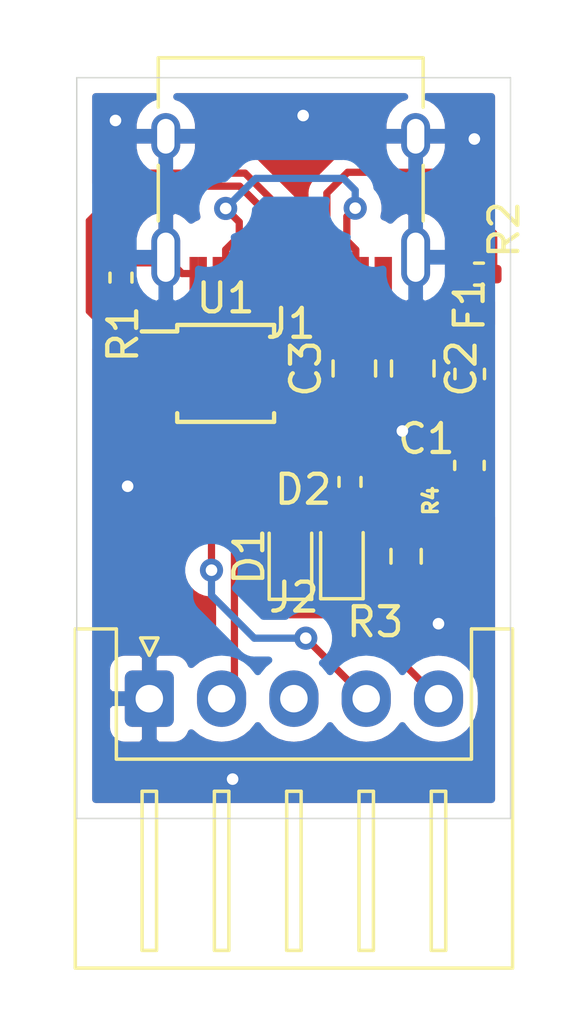
<source format=kicad_pcb>
(kicad_pcb (version 20171130) (host pcbnew "(5.1.12)-1")

  (general
    (thickness 1.6)
    (drawings 4)
    (tracks 117)
    (zones 0)
    (modules 13)
    (nets 15)
  )

  (page A4)
  (layers
    (0 F.Cu signal)
    (31 B.Cu signal)
    (32 B.Adhes user)
    (33 F.Adhes user)
    (34 B.Paste user)
    (35 F.Paste user)
    (36 B.SilkS user)
    (37 F.SilkS user)
    (38 B.Mask user)
    (39 F.Mask user)
    (40 Dwgs.User user)
    (41 Cmts.User user)
    (42 Eco1.User user)
    (43 Eco2.User user)
    (44 Edge.Cuts user)
    (45 Margin user)
    (46 B.CrtYd user)
    (47 F.CrtYd user)
    (48 B.Fab user)
    (49 F.Fab user)
  )

  (setup
    (last_trace_width 0.25)
    (user_trace_width 0.5)
    (user_trace_width 0.75)
    (user_trace_width 1)
    (trace_clearance 0.2)
    (zone_clearance 0.508)
    (zone_45_only no)
    (trace_min 0.2)
    (via_size 0.8)
    (via_drill 0.4)
    (via_min_size 0.4)
    (via_min_drill 0.3)
    (uvia_size 0.3)
    (uvia_drill 0.1)
    (uvias_allowed no)
    (uvia_min_size 0.2)
    (uvia_min_drill 0.1)
    (edge_width 0.05)
    (segment_width 0.2)
    (pcb_text_width 0.3)
    (pcb_text_size 1.5 1.5)
    (mod_edge_width 0.12)
    (mod_text_size 1 1)
    (mod_text_width 0.15)
    (pad_size 0.25 1.075)
    (pad_drill 0)
    (pad_to_mask_clearance 0.1)
    (aux_axis_origin 127 70.4)
    (visible_elements 7FFFFFFF)
    (pcbplotparams
      (layerselection 0x010f0_ffffffff)
      (usegerberextensions true)
      (usegerberattributes false)
      (usegerberadvancedattributes true)
      (creategerberjobfile false)
      (excludeedgelayer true)
      (linewidth 0.100000)
      (plotframeref false)
      (viasonmask false)
      (mode 1)
      (useauxorigin true)
      (hpglpennumber 1)
      (hpglpenspeed 20)
      (hpglpendiameter 15.000000)
      (psnegative false)
      (psa4output false)
      (plotreference true)
      (plotvalue true)
      (plotinvisibletext false)
      (padsonsilk false)
      (subtractmaskfromsilk true)
      (outputformat 1)
      (mirror false)
      (drillshape 0)
      (scaleselection 1)
      (outputdirectory "新しいフォルダー/"))
  )

  (net 0 "")
  (net 1 GND)
  (net 2 VCC)
  (net 3 "Net-(C2-Pad1)")
  (net 4 "Net-(D1-Pad2)")
  (net 5 "Net-(D2-Pad2)")
  (net 6 "Net-(F1-Pad2)")
  (net 7 "Net-(J1-PadA5)")
  (net 8 "Net-(J1-PadA7)")
  (net 9 "Net-(J1-PadA6)")
  (net 10 "Net-(J1-PadB5)")
  (net 11 "Net-(J2-Pad5)")
  (net 12 "Net-(J2-Pad4)")
  (net 13 "Net-(J2-Pad2)")
  (net 14 "Net-(R4-Pad1)")

  (net_class Default "This is the default net class."
    (clearance 0.2)
    (trace_width 0.25)
    (via_dia 0.8)
    (via_drill 0.4)
    (uvia_dia 0.3)
    (uvia_drill 0.1)
    (add_net GND)
    (add_net "Net-(C2-Pad1)")
    (add_net "Net-(D1-Pad2)")
    (add_net "Net-(D2-Pad2)")
    (add_net "Net-(F1-Pad2)")
    (add_net "Net-(J1-PadA5)")
    (add_net "Net-(J1-PadA6)")
    (add_net "Net-(J1-PadA7)")
    (add_net "Net-(J1-PadB5)")
    (add_net "Net-(J2-Pad2)")
    (add_net "Net-(J2-Pad4)")
    (add_net "Net-(J2-Pad5)")
    (add_net "Net-(R4-Pad1)")
    (add_net VCC)
  )

  (module Package_SO:MSOP-10_3x3mm_P0.5mm (layer F.Cu) (tedit 5A02F25C) (tstamp 62F67227)
    (at 132.15 80.62)
    (descr "10-Lead Plastic Micro Small Outline Package (MS) [MSOP] (see Microchip Packaging Specification 00000049BS.pdf)")
    (tags "SSOP 0.5")
    (path /62F68895)
    (attr smd)
    (fp_text reference U1 (at 0 -2.6) (layer F.SilkS)
      (effects (font (size 1 1) (thickness 0.15)))
    )
    (fp_text value CH340E (at 0 2.6) (layer F.Fab)
      (effects (font (size 1 1) (thickness 0.15)))
    )
    (fp_line (start -1.675 -1.45) (end -2.9 -1.45) (layer F.SilkS) (width 0.15))
    (fp_line (start -1.675 1.675) (end 1.675 1.675) (layer F.SilkS) (width 0.15))
    (fp_line (start -1.675 -1.675) (end 1.675 -1.675) (layer F.SilkS) (width 0.15))
    (fp_line (start -1.675 1.675) (end -1.675 1.375) (layer F.SilkS) (width 0.15))
    (fp_line (start 1.675 1.675) (end 1.675 1.375) (layer F.SilkS) (width 0.15))
    (fp_line (start 1.675 -1.675) (end 1.675 -1.375) (layer F.SilkS) (width 0.15))
    (fp_line (start -1.675 -1.675) (end -1.675 -1.45) (layer F.SilkS) (width 0.15))
    (fp_line (start -3.15 1.85) (end 3.15 1.85) (layer F.CrtYd) (width 0.05))
    (fp_line (start -3.15 -1.85) (end 3.15 -1.85) (layer F.CrtYd) (width 0.05))
    (fp_line (start 3.15 -1.85) (end 3.15 1.85) (layer F.CrtYd) (width 0.05))
    (fp_line (start -3.15 -1.85) (end -3.15 1.85) (layer F.CrtYd) (width 0.05))
    (fp_line (start -1.5 -0.5) (end -0.5 -1.5) (layer F.Fab) (width 0.15))
    (fp_line (start -1.5 1.5) (end -1.5 -0.5) (layer F.Fab) (width 0.15))
    (fp_line (start 1.5 1.5) (end -1.5 1.5) (layer F.Fab) (width 0.15))
    (fp_line (start 1.5 -1.5) (end 1.5 1.5) (layer F.Fab) (width 0.15))
    (fp_line (start -0.5 -1.5) (end 1.5 -1.5) (layer F.Fab) (width 0.15))
    (fp_text user %R (at 0 0) (layer F.Fab)
      (effects (font (size 0.6 0.6) (thickness 0.15)))
    )
    (pad 10 smd rect (at 2.2 -1) (size 1.4 0.3) (layers F.Cu F.Paste F.Mask)
      (net 3 "Net-(C2-Pad1)"))
    (pad 9 smd rect (at 2.2 -0.5) (size 1.4 0.3) (layers F.Cu F.Paste F.Mask)
      (net 13 "Net-(J2-Pad2)"))
    (pad 8 smd rect (at 2.2 0) (size 1.4 0.3) (layers F.Cu F.Paste F.Mask)
      (net 11 "Net-(J2-Pad5)"))
    (pad 7 smd rect (at 2.2 0.5) (size 1.4 0.3) (layers F.Cu F.Paste F.Mask)
      (net 2 VCC))
    (pad 6 smd rect (at 2.2 1) (size 1.4 0.3) (layers F.Cu F.Paste F.Mask)
      (net 14 "Net-(R4-Pad1)"))
    (pad 5 smd rect (at -2.2 1) (size 1.4 0.3) (layers F.Cu F.Paste F.Mask))
    (pad 4 smd rect (at -2.2 0.5) (size 1.4 0.3) (layers F.Cu F.Paste F.Mask)
      (net 12 "Net-(J2-Pad4)"))
    (pad 3 smd rect (at -2.2 0) (size 1.4 0.3) (layers F.Cu F.Paste F.Mask)
      (net 1 GND))
    (pad 2 smd rect (at -2.2 -0.5) (size 1.4 0.3) (layers F.Cu F.Paste F.Mask)
      (net 8 "Net-(J1-PadA7)"))
    (pad 1 smd rect (at -2.2 -1) (size 1.4 0.3) (layers F.Cu F.Paste F.Mask)
      (net 9 "Net-(J1-PadA6)"))
    (model ${KISYS3DMOD}/Package_SO.3dshapes/MSOP-10_3x3mm_P0.5mm.wrl
      (at (xyz 0 0 0))
      (scale (xyz 1 1 1))
      (rotate (xyz 0 0 0))
    )
  )

  (module Resistor_SMD:R_0402_1005Metric (layer F.Cu) (tedit 5F68FEEE) (tstamp 62F67208)
    (at 136.45 84.37 270)
    (descr "Resistor SMD 0402 (1005 Metric), square (rectangular) end terminal, IPC_7351 nominal, (Body size source: IPC-SM-782 page 72, https://www.pcb-3d.com/wordpress/wp-content/uploads/ipc-sm-782a_amendment_1_and_2.pdf), generated with kicad-footprint-generator")
    (tags resistor)
    (path /62F724B4)
    (attr smd)
    (fp_text reference R4 (at 0.65 -2.79 90) (layer F.SilkS)
      (effects (font (size 0.5 0.5) (thickness 0.125)))
    )
    (fp_text value R (at 0 1.17 90) (layer F.Fab)
      (effects (font (size 1 1) (thickness 0.15)))
    )
    (fp_line (start 0.93 0.47) (end -0.93 0.47) (layer F.CrtYd) (width 0.05))
    (fp_line (start 0.93 -0.47) (end 0.93 0.47) (layer F.CrtYd) (width 0.05))
    (fp_line (start -0.93 -0.47) (end 0.93 -0.47) (layer F.CrtYd) (width 0.05))
    (fp_line (start -0.93 0.47) (end -0.93 -0.47) (layer F.CrtYd) (width 0.05))
    (fp_line (start -0.153641 0.38) (end 0.153641 0.38) (layer F.SilkS) (width 0.12))
    (fp_line (start -0.153641 -0.38) (end 0.153641 -0.38) (layer F.SilkS) (width 0.12))
    (fp_line (start 0.525 0.27) (end -0.525 0.27) (layer F.Fab) (width 0.1))
    (fp_line (start 0.525 -0.27) (end 0.525 0.27) (layer F.Fab) (width 0.1))
    (fp_line (start -0.525 -0.27) (end 0.525 -0.27) (layer F.Fab) (width 0.1))
    (fp_line (start -0.525 0.27) (end -0.525 -0.27) (layer F.Fab) (width 0.1))
    (fp_text user %R (at 0 0 90) (layer F.Fab)
      (effects (font (size 0.26 0.26) (thickness 0.04)))
    )
    (pad 2 smd roundrect (at 0.51 0 270) (size 0.54 0.64) (layers F.Cu F.Paste F.Mask) (roundrect_rratio 0.25)
      (net 4 "Net-(D1-Pad2)"))
    (pad 1 smd roundrect (at -0.51 0 270) (size 0.54 0.64) (layers F.Cu F.Paste F.Mask) (roundrect_rratio 0.25)
      (net 14 "Net-(R4-Pad1)"))
    (model ${KISYS3DMOD}/Resistor_SMD.3dshapes/R_0402_1005Metric.wrl
      (at (xyz 0 0 0))
      (scale (xyz 1 1 1))
      (rotate (xyz 0 0 0))
    )
  )

  (module Resistor_SMD:R_0603_1608Metric (layer F.Cu) (tedit 5F68FEEE) (tstamp 62F671F7)
    (at 138.39 86.94 90)
    (descr "Resistor SMD 0603 (1608 Metric), square (rectangular) end terminal, IPC_7351 nominal, (Body size source: IPC-SM-782 page 72, https://www.pcb-3d.com/wordpress/wp-content/uploads/ipc-sm-782a_amendment_1_and_2.pdf), generated with kicad-footprint-generator")
    (tags resistor)
    (path /62F6CB7A)
    (attr smd)
    (fp_text reference R3 (at -2.27 -1.07 180) (layer F.SilkS)
      (effects (font (size 1 1) (thickness 0.15)))
    )
    (fp_text value R (at 0 1.43 90) (layer F.Fab)
      (effects (font (size 1 1) (thickness 0.15)))
    )
    (fp_line (start 1.48 0.73) (end -1.48 0.73) (layer F.CrtYd) (width 0.05))
    (fp_line (start 1.48 -0.73) (end 1.48 0.73) (layer F.CrtYd) (width 0.05))
    (fp_line (start -1.48 -0.73) (end 1.48 -0.73) (layer F.CrtYd) (width 0.05))
    (fp_line (start -1.48 0.73) (end -1.48 -0.73) (layer F.CrtYd) (width 0.05))
    (fp_line (start -0.237258 0.5225) (end 0.237258 0.5225) (layer F.SilkS) (width 0.12))
    (fp_line (start -0.237258 -0.5225) (end 0.237258 -0.5225) (layer F.SilkS) (width 0.12))
    (fp_line (start 0.8 0.4125) (end -0.8 0.4125) (layer F.Fab) (width 0.1))
    (fp_line (start 0.8 -0.4125) (end 0.8 0.4125) (layer F.Fab) (width 0.1))
    (fp_line (start -0.8 -0.4125) (end 0.8 -0.4125) (layer F.Fab) (width 0.1))
    (fp_line (start -0.8 0.4125) (end -0.8 -0.4125) (layer F.Fab) (width 0.1))
    (fp_text user %R (at 0 0 90) (layer F.Fab)
      (effects (font (size 0.4 0.4) (thickness 0.06)))
    )
    (pad 2 smd roundrect (at 0.825 0 90) (size 0.8 0.95) (layers F.Cu F.Paste F.Mask) (roundrect_rratio 0.25)
      (net 2 VCC))
    (pad 1 smd roundrect (at -0.825 0 90) (size 0.8 0.95) (layers F.Cu F.Paste F.Mask) (roundrect_rratio 0.25)
      (net 5 "Net-(D2-Pad2)"))
    (model ${KISYS3DMOD}/Resistor_SMD.3dshapes/R_0603_1608Metric.wrl
      (at (xyz 0 0 0))
      (scale (xyz 1 1 1))
      (rotate (xyz 0 0 0))
    )
  )

  (module Resistor_SMD:R_0402_1005Metric (layer F.Cu) (tedit 5F68FEEE) (tstamp 62F671E6)
    (at 140.91 77.19)
    (descr "Resistor SMD 0402 (1005 Metric), square (rectangular) end terminal, IPC_7351 nominal, (Body size source: IPC-SM-782 page 72, https://www.pcb-3d.com/wordpress/wp-content/uploads/ipc-sm-782a_amendment_1_and_2.pdf), generated with kicad-footprint-generator")
    (tags resistor)
    (path /62F6F6BF)
    (attr smd)
    (fp_text reference R2 (at 0.87 -1.54 90) (layer F.SilkS)
      (effects (font (size 1 1) (thickness 0.15)))
    )
    (fp_text value R (at 0 1.17) (layer F.Fab)
      (effects (font (size 1 1) (thickness 0.15)))
    )
    (fp_line (start 0.93 0.47) (end -0.93 0.47) (layer F.CrtYd) (width 0.05))
    (fp_line (start 0.93 -0.47) (end 0.93 0.47) (layer F.CrtYd) (width 0.05))
    (fp_line (start -0.93 -0.47) (end 0.93 -0.47) (layer F.CrtYd) (width 0.05))
    (fp_line (start -0.93 0.47) (end -0.93 -0.47) (layer F.CrtYd) (width 0.05))
    (fp_line (start -0.153641 0.38) (end 0.153641 0.38) (layer F.SilkS) (width 0.12))
    (fp_line (start -0.153641 -0.38) (end 0.153641 -0.38) (layer F.SilkS) (width 0.12))
    (fp_line (start 0.525 0.27) (end -0.525 0.27) (layer F.Fab) (width 0.1))
    (fp_line (start 0.525 -0.27) (end 0.525 0.27) (layer F.Fab) (width 0.1))
    (fp_line (start -0.525 -0.27) (end 0.525 -0.27) (layer F.Fab) (width 0.1))
    (fp_line (start -0.525 0.27) (end -0.525 -0.27) (layer F.Fab) (width 0.1))
    (fp_text user %R (at 0 0) (layer F.Fab)
      (effects (font (size 0.26 0.26) (thickness 0.04)))
    )
    (pad 2 smd roundrect (at 0.51 0) (size 0.54 0.64) (layers F.Cu F.Paste F.Mask) (roundrect_rratio 0.25)
      (net 7 "Net-(J1-PadA5)"))
    (pad 1 smd roundrect (at -0.51 0) (size 0.54 0.64) (layers F.Cu F.Paste F.Mask) (roundrect_rratio 0.25)
      (net 1 GND))
    (model ${KISYS3DMOD}/Resistor_SMD.3dshapes/R_0402_1005Metric.wrl
      (at (xyz 0 0 0))
      (scale (xyz 1 1 1))
      (rotate (xyz 0 0 0))
    )
  )

  (module Resistor_SMD:R_0402_1005Metric (layer F.Cu) (tedit 5F68FEEE) (tstamp 62F671D5)
    (at 128.53 77.31 270)
    (descr "Resistor SMD 0402 (1005 Metric), square (rectangular) end terminal, IPC_7351 nominal, (Body size source: IPC-SM-782 page 72, https://www.pcb-3d.com/wordpress/wp-content/uploads/ipc-sm-782a_amendment_1_and_2.pdf), generated with kicad-footprint-generator")
    (tags resistor)
    (path /62F70483)
    (attr smd)
    (fp_text reference R1 (at 1.95 -0.07 90) (layer F.SilkS)
      (effects (font (size 1 1) (thickness 0.15)))
    )
    (fp_text value R (at 0 1.17 90) (layer F.Fab)
      (effects (font (size 1 1) (thickness 0.15)))
    )
    (fp_line (start 0.93 0.47) (end -0.93 0.47) (layer F.CrtYd) (width 0.05))
    (fp_line (start 0.93 -0.47) (end 0.93 0.47) (layer F.CrtYd) (width 0.05))
    (fp_line (start -0.93 -0.47) (end 0.93 -0.47) (layer F.CrtYd) (width 0.05))
    (fp_line (start -0.93 0.47) (end -0.93 -0.47) (layer F.CrtYd) (width 0.05))
    (fp_line (start -0.153641 0.38) (end 0.153641 0.38) (layer F.SilkS) (width 0.12))
    (fp_line (start -0.153641 -0.38) (end 0.153641 -0.38) (layer F.SilkS) (width 0.12))
    (fp_line (start 0.525 0.27) (end -0.525 0.27) (layer F.Fab) (width 0.1))
    (fp_line (start 0.525 -0.27) (end 0.525 0.27) (layer F.Fab) (width 0.1))
    (fp_line (start -0.525 -0.27) (end 0.525 -0.27) (layer F.Fab) (width 0.1))
    (fp_line (start -0.525 0.27) (end -0.525 -0.27) (layer F.Fab) (width 0.1))
    (fp_text user %R (at 0 0 270) (layer F.Fab)
      (effects (font (size 0.26 0.26) (thickness 0.04)))
    )
    (pad 2 smd roundrect (at 0.51 0 270) (size 0.54 0.64) (layers F.Cu F.Paste F.Mask) (roundrect_rratio 0.25)
      (net 10 "Net-(J1-PadB5)"))
    (pad 1 smd roundrect (at -0.51 0 270) (size 0.54 0.64) (layers F.Cu F.Paste F.Mask) (roundrect_rratio 0.25)
      (net 1 GND))
    (model ${KISYS3DMOD}/Resistor_SMD.3dshapes/R_0402_1005Metric.wrl
      (at (xyz 0 0 0))
      (scale (xyz 1 1 1))
      (rotate (xyz 0 0 0))
    )
  )

  (module Connector_JST:JST_XH_S5B-XH-A_1x05_P2.50mm_Horizontal (layer F.Cu) (tedit 5C281475) (tstamp 62F671C4)
    (at 129.51 91.86)
    (descr "JST XH series connector, S5B-XH-A (http://www.jst-mfg.com/product/pdf/eng/eXH.pdf), generated with kicad-footprint-generator")
    (tags "connector JST XH horizontal")
    (path /62F69402)
    (fp_text reference J2 (at 5 -3.5) (layer F.SilkS)
      (effects (font (size 1 1) (thickness 0.15)))
    )
    (fp_text value Conn_01x05 (at 5 10.4) (layer F.Fab)
      (effects (font (size 1 1) (thickness 0.15)))
    )
    (fp_line (start 0 1.2) (end 0.625 2.2) (layer F.Fab) (width 0.1))
    (fp_line (start -0.625 2.2) (end 0 1.2) (layer F.Fab) (width 0.1))
    (fp_line (start 0.3 -2.1) (end 0 -1.5) (layer F.SilkS) (width 0.12))
    (fp_line (start -0.3 -2.1) (end 0.3 -2.1) (layer F.SilkS) (width 0.12))
    (fp_line (start 0 -1.5) (end -0.3 -2.1) (layer F.SilkS) (width 0.12))
    (fp_line (start 10.25 3.2) (end 9.75 3.2) (layer F.SilkS) (width 0.12))
    (fp_line (start 10.25 8.7) (end 10.25 3.2) (layer F.SilkS) (width 0.12))
    (fp_line (start 9.75 8.7) (end 10.25 8.7) (layer F.SilkS) (width 0.12))
    (fp_line (start 9.75 3.2) (end 9.75 8.7) (layer F.SilkS) (width 0.12))
    (fp_line (start 7.75 3.2) (end 7.25 3.2) (layer F.SilkS) (width 0.12))
    (fp_line (start 7.75 8.7) (end 7.75 3.2) (layer F.SilkS) (width 0.12))
    (fp_line (start 7.25 8.7) (end 7.75 8.7) (layer F.SilkS) (width 0.12))
    (fp_line (start 7.25 3.2) (end 7.25 8.7) (layer F.SilkS) (width 0.12))
    (fp_line (start 5.25 3.2) (end 4.75 3.2) (layer F.SilkS) (width 0.12))
    (fp_line (start 5.25 8.7) (end 5.25 3.2) (layer F.SilkS) (width 0.12))
    (fp_line (start 4.75 8.7) (end 5.25 8.7) (layer F.SilkS) (width 0.12))
    (fp_line (start 4.75 3.2) (end 4.75 8.7) (layer F.SilkS) (width 0.12))
    (fp_line (start 2.75 3.2) (end 2.25 3.2) (layer F.SilkS) (width 0.12))
    (fp_line (start 2.75 8.7) (end 2.75 3.2) (layer F.SilkS) (width 0.12))
    (fp_line (start 2.25 8.7) (end 2.75 8.7) (layer F.SilkS) (width 0.12))
    (fp_line (start 2.25 3.2) (end 2.25 8.7) (layer F.SilkS) (width 0.12))
    (fp_line (start 0.25 3.2) (end -0.25 3.2) (layer F.SilkS) (width 0.12))
    (fp_line (start 0.25 8.7) (end 0.25 3.2) (layer F.SilkS) (width 0.12))
    (fp_line (start -0.25 8.7) (end 0.25 8.7) (layer F.SilkS) (width 0.12))
    (fp_line (start -0.25 3.2) (end -0.25 8.7) (layer F.SilkS) (width 0.12))
    (fp_line (start 11.25 2.2) (end 5 2.2) (layer F.Fab) (width 0.1))
    (fp_line (start 11.25 -2.3) (end 11.25 2.2) (layer F.Fab) (width 0.1))
    (fp_line (start 12.45 -2.3) (end 11.25 -2.3) (layer F.Fab) (width 0.1))
    (fp_line (start 12.45 9.2) (end 12.45 -2.3) (layer F.Fab) (width 0.1))
    (fp_line (start 5 9.2) (end 12.45 9.2) (layer F.Fab) (width 0.1))
    (fp_line (start -1.25 2.2) (end 5 2.2) (layer F.Fab) (width 0.1))
    (fp_line (start -1.25 -2.3) (end -1.25 2.2) (layer F.Fab) (width 0.1))
    (fp_line (start -2.45 -2.3) (end -1.25 -2.3) (layer F.Fab) (width 0.1))
    (fp_line (start -2.45 9.2) (end -2.45 -2.3) (layer F.Fab) (width 0.1))
    (fp_line (start 5 9.2) (end -2.45 9.2) (layer F.Fab) (width 0.1))
    (fp_line (start 11.14 2.09) (end 5 2.09) (layer F.SilkS) (width 0.12))
    (fp_line (start 11.14 -2.41) (end 11.14 2.09) (layer F.SilkS) (width 0.12))
    (fp_line (start 12.56 -2.41) (end 11.14 -2.41) (layer F.SilkS) (width 0.12))
    (fp_line (start 12.56 9.31) (end 12.56 -2.41) (layer F.SilkS) (width 0.12))
    (fp_line (start 5 9.31) (end 12.56 9.31) (layer F.SilkS) (width 0.12))
    (fp_line (start -1.14 2.09) (end 5 2.09) (layer F.SilkS) (width 0.12))
    (fp_line (start -1.14 -2.41) (end -1.14 2.09) (layer F.SilkS) (width 0.12))
    (fp_line (start -2.56 -2.41) (end -1.14 -2.41) (layer F.SilkS) (width 0.12))
    (fp_line (start -2.56 9.31) (end -2.56 -2.41) (layer F.SilkS) (width 0.12))
    (fp_line (start 5 9.31) (end -2.56 9.31) (layer F.SilkS) (width 0.12))
    (fp_line (start 12.95 -2.8) (end -2.95 -2.8) (layer F.CrtYd) (width 0.05))
    (fp_line (start 12.95 9.7) (end 12.95 -2.8) (layer F.CrtYd) (width 0.05))
    (fp_line (start -2.95 9.7) (end 12.95 9.7) (layer F.CrtYd) (width 0.05))
    (fp_line (start -2.95 -2.8) (end -2.95 9.7) (layer F.CrtYd) (width 0.05))
    (fp_text user %R (at 5 3.45) (layer F.Fab)
      (effects (font (size 1 1) (thickness 0.15)))
    )
    (pad 5 thru_hole oval (at 10 0) (size 1.7 1.95) (drill 0.95) (layers *.Cu *.Mask)
      (net 11 "Net-(J2-Pad5)"))
    (pad 4 thru_hole oval (at 7.5 0) (size 1.7 1.95) (drill 0.95) (layers *.Cu *.Mask)
      (net 12 "Net-(J2-Pad4)"))
    (pad 3 thru_hole oval (at 5 0) (size 1.7 1.95) (drill 0.95) (layers *.Cu *.Mask))
    (pad 2 thru_hole oval (at 2.5 0) (size 1.7 1.95) (drill 0.95) (layers *.Cu *.Mask)
      (net 13 "Net-(J2-Pad2)"))
    (pad 1 thru_hole roundrect (at 0 0) (size 1.7 1.95) (drill 0.95) (layers *.Cu *.Mask) (roundrect_rratio 0.1470588235294118)
      (net 1 GND))
    (model ${KISYS3DMOD}/Connector_JST.3dshapes/JST_XH_S5B-XH-A_1x05_P2.50mm_Horizontal.wrl
      (at (xyz 0 0 0))
      (scale (xyz 1 1 1))
      (rotate (xyz 0 0 0))
    )
  )

  (module Connector_USB:USB_C_Receptacle_XKB_U262-16XN-4BVC11 (layer F.Cu) (tedit 5E1305FC) (tstamp 62F67189)
    (at 134.4 73.5 180)
    (descr "USB Type C, right-angle, SMT, https://datasheet.lcsc.com/szlcsc/1811141824_XKB-Enterprise-U262-161N-4BVC11_C319148.pdf")
    (tags "USB C Type-C Receptacle SMD")
    (path /62F6701C)
    (attr smd)
    (fp_text reference J1 (at 0 -5.4) (layer F.SilkS)
      (effects (font (size 1 1) (thickness 0.15)))
    )
    (fp_text value USB_C_Receptacle_USB2.0 (at 0 4.935) (layer F.Fab)
      (effects (font (size 1 1) (thickness 0.15)))
    )
    (fp_line (start -4.47 -3.675) (end 4.47 -3.675) (layer F.Fab) (width 0.1))
    (fp_line (start 4.47 3.675) (end 4.47 -3.675) (layer F.Fab) (width 0.1))
    (fp_line (start -4.47 3.675) (end 4.47 3.675) (layer F.Fab) (width 0.1))
    (fp_line (start -4.47 -3.675) (end -4.47 3.675) (layer F.Fab) (width 0.1))
    (fp_line (start -5.32 4.18) (end -5.32 -4.75) (layer F.CrtYd) (width 0.05))
    (fp_line (start 5.32 4.18) (end -5.32 4.18) (layer F.CrtYd) (width 0.05))
    (fp_line (start 5.32 -4.75) (end 5.32 4.18) (layer F.CrtYd) (width 0.05))
    (fp_line (start -5.32 -4.75) (end 5.32 -4.75) (layer F.CrtYd) (width 0.05))
    (fp_line (start 4.58 3.785) (end -4.58 3.785) (layer F.SilkS) (width 0.12))
    (fp_line (start -4.58 3.785) (end -4.58 2.08) (layer F.SilkS) (width 0.12))
    (fp_line (start 4.58 2.08) (end 4.58 3.785) (layer F.SilkS) (width 0.12))
    (fp_line (start 4.58 0.07) (end 4.58 -1.85) (layer F.SilkS) (width 0.12))
    (fp_line (start -4.58 -1.85) (end -4.58 0.07) (layer F.SilkS) (width 0.12))
    (fp_text user %R (at 0 0) (layer F.Fab)
      (effects (font (size 1 1) (thickness 0.15)))
    )
    (pad A12 smd rect (at 3.35 -3.67 180) (size 0.3 1.15) (layers F.Cu F.Paste F.Mask)
      (net 1 GND))
    (pad A9 smd rect (at 2.55 -3.67 180) (size 0.3 1.15) (layers F.Cu F.Paste F.Mask)
      (net 6 "Net-(F1-Pad2)"))
    (pad B9 smd rect (at -2.25 -3.67 180) (size 0.3 1.15) (layers F.Cu F.Paste F.Mask)
      (net 6 "Net-(F1-Pad2)"))
    (pad B12 smd rect (at -3.05 -3.67 180) (size 0.3 1.15) (layers F.Cu F.Paste F.Mask)
      (net 1 GND))
    (pad A1 smd rect (at -3.35 -3.67 180) (size 0.3 1.15) (layers F.Cu F.Paste F.Mask)
      (net 1 GND))
    (pad A4 smd rect (at -2.55 -3.67 180) (size 0.3 1.15) (layers F.Cu F.Paste F.Mask)
      (net 6 "Net-(F1-Pad2)"))
    (pad B8 smd rect (at -1.75 -3.67 180) (size 0.3 1.15) (layers F.Cu F.Paste F.Mask))
    (pad A5 smd rect (at -1.25 -3.67 180) (size 0.3 1.15) (layers F.Cu F.Paste F.Mask)
      (net 7 "Net-(J1-PadA5)"))
    (pad B7 smd rect (at -0.75 -3.67 180) (size 0.3 1.15) (layers F.Cu F.Paste F.Mask)
      (net 8 "Net-(J1-PadA7)"))
    (pad A6 smd rect (at -0.25 -3.67 180) (size 0.3 1.15) (layers F.Cu F.Paste F.Mask)
      (net 9 "Net-(J1-PadA6)"))
    (pad A7 smd rect (at 0.25 -3.67 180) (size 0.3 1.15) (layers F.Cu F.Paste F.Mask)
      (net 8 "Net-(J1-PadA7)"))
    (pad B6 smd rect (at 0.75 -3.67 180) (size 0.3 1.15) (layers F.Cu F.Paste F.Mask)
      (net 9 "Net-(J1-PadA6)"))
    (pad A8 smd rect (at 1.25 -3.67 180) (size 0.3 1.15) (layers F.Cu F.Paste F.Mask))
    (pad B5 smd rect (at 1.75 -3.67 180) (size 0.3 1.15) (layers F.Cu F.Paste F.Mask)
      (net 10 "Net-(J1-PadB5)"))
    (pad B4 smd rect (at 2.25 -3.67 180) (size 0.3 1.15) (layers F.Cu F.Paste F.Mask)
      (net 6 "Net-(F1-Pad2)"))
    (pad B1 smd rect (at 3.05 -3.67 180) (size 0.3 1.15) (layers F.Cu F.Paste F.Mask)
      (net 1 GND))
    (pad "" np_thru_hole circle (at -2.89 -2.605 180) (size 0.65 0.65) (drill 0.65) (layers *.Cu *.Mask))
    (pad "" np_thru_hole circle (at 2.89 -2.605 180) (size 0.65 0.65) (drill 0.65) (layers *.Cu *.Mask))
    (pad S1 thru_hole oval (at 4.32 1.075 180) (size 1 1.6) (drill oval 0.6 1.2) (layers *.Cu *.Mask)
      (net 1 GND))
    (pad S1 thru_hole oval (at -4.32 1.075 180) (size 1 1.6) (drill oval 0.6 1.2) (layers *.Cu *.Mask)
      (net 1 GND))
    (pad S1 thru_hole oval (at 4.32 -3.105 180) (size 1 2.1) (drill oval 0.6 1.7) (layers *.Cu *.Mask)
      (net 1 GND))
    (pad S1 thru_hole oval (at -4.32 -3.105 180) (size 1 2.1) (drill oval 0.6 1.7) (layers *.Cu *.Mask)
      (net 1 GND))
    (model ${KISYS3DMOD}/Connector_USB.3dshapes/USB_C_Receptacle_XKB_U262-16XN-4BVC11.wrl
      (at (xyz 0 0 0))
      (scale (xyz 1 1 1))
      (rotate (xyz 0 0 0))
    )
  )

  (module Fuse:Fuse_0603_1608Metric (layer F.Cu) (tedit 5F68FEF1) (tstamp 62F67161)
    (at 140.59 80.64 90)
    (descr "Fuse SMD 0603 (1608 Metric), square (rectangular) end terminal, IPC_7351 nominal, (Body size source: http://www.tortai-tech.com/upload/download/2011102023233369053.pdf), generated with kicad-footprint-generator")
    (tags fuse)
    (path /62F69CA6)
    (attr smd)
    (fp_text reference F1 (at 2.38 -0.01 90) (layer F.SilkS)
      (effects (font (size 1 1) (thickness 0.15)))
    )
    (fp_text value Fuse (at 0 1.43 90) (layer F.Fab)
      (effects (font (size 1 1) (thickness 0.15)))
    )
    (fp_line (start 1.48 0.73) (end -1.48 0.73) (layer F.CrtYd) (width 0.05))
    (fp_line (start 1.48 -0.73) (end 1.48 0.73) (layer F.CrtYd) (width 0.05))
    (fp_line (start -1.48 -0.73) (end 1.48 -0.73) (layer F.CrtYd) (width 0.05))
    (fp_line (start -1.48 0.73) (end -1.48 -0.73) (layer F.CrtYd) (width 0.05))
    (fp_line (start -0.162779 0.51) (end 0.162779 0.51) (layer F.SilkS) (width 0.12))
    (fp_line (start -0.162779 -0.51) (end 0.162779 -0.51) (layer F.SilkS) (width 0.12))
    (fp_line (start 0.8 0.4) (end -0.8 0.4) (layer F.Fab) (width 0.1))
    (fp_line (start 0.8 -0.4) (end 0.8 0.4) (layer F.Fab) (width 0.1))
    (fp_line (start -0.8 -0.4) (end 0.8 -0.4) (layer F.Fab) (width 0.1))
    (fp_line (start -0.8 0.4) (end -0.8 -0.4) (layer F.Fab) (width 0.1))
    (fp_text user %R (at 0 0 90) (layer F.Fab)
      (effects (font (size 0.4 0.4) (thickness 0.06)))
    )
    (pad 2 smd roundrect (at 0.7875 0 90) (size 0.875 0.95) (layers F.Cu F.Paste F.Mask) (roundrect_rratio 0.25)
      (net 6 "Net-(F1-Pad2)"))
    (pad 1 smd roundrect (at -0.7875 0 90) (size 0.875 0.95) (layers F.Cu F.Paste F.Mask) (roundrect_rratio 0.25)
      (net 2 VCC))
    (model ${KISYS3DMOD}/Fuse.3dshapes/Fuse_0603_1608Metric.wrl
      (at (xyz 0 0 0))
      (scale (xyz 1 1 1))
      (rotate (xyz 0 0 0))
    )
  )

  (module LED_SMD:LED_0603_1608Metric (layer F.Cu) (tedit 5F68FEF1) (tstamp 62F67150)
    (at 136.17 86.9225 90)
    (descr "LED SMD 0603 (1608 Metric), square (rectangular) end terminal, IPC_7351 nominal, (Body size source: http://www.tortai-tech.com/upload/download/2011102023233369053.pdf), generated with kicad-footprint-generator")
    (tags LED)
    (path /62F6D5A1)
    (attr smd)
    (fp_text reference D2 (at 2.29 -1.34 180) (layer F.SilkS)
      (effects (font (size 1 1) (thickness 0.15)))
    )
    (fp_text value LED (at 0 1.43 90) (layer F.Fab)
      (effects (font (size 1 1) (thickness 0.15)))
    )
    (fp_line (start 1.48 0.73) (end -1.48 0.73) (layer F.CrtYd) (width 0.05))
    (fp_line (start 1.48 -0.73) (end 1.48 0.73) (layer F.CrtYd) (width 0.05))
    (fp_line (start -1.48 -0.73) (end 1.48 -0.73) (layer F.CrtYd) (width 0.05))
    (fp_line (start -1.48 0.73) (end -1.48 -0.73) (layer F.CrtYd) (width 0.05))
    (fp_line (start -1.485 0.735) (end 0.8 0.735) (layer F.SilkS) (width 0.12))
    (fp_line (start -1.485 -0.735) (end -1.485 0.735) (layer F.SilkS) (width 0.12))
    (fp_line (start 0.8 -0.735) (end -1.485 -0.735) (layer F.SilkS) (width 0.12))
    (fp_line (start 0.8 0.4) (end 0.8 -0.4) (layer F.Fab) (width 0.1))
    (fp_line (start -0.8 0.4) (end 0.8 0.4) (layer F.Fab) (width 0.1))
    (fp_line (start -0.8 -0.1) (end -0.8 0.4) (layer F.Fab) (width 0.1))
    (fp_line (start -0.5 -0.4) (end -0.8 -0.1) (layer F.Fab) (width 0.1))
    (fp_line (start 0.8 -0.4) (end -0.5 -0.4) (layer F.Fab) (width 0.1))
    (fp_text user %R (at 0 0 90) (layer F.Fab)
      (effects (font (size 0.4 0.4) (thickness 0.06)))
    )
    (pad 2 smd roundrect (at 0.7875 0 90) (size 0.875 0.95) (layers F.Cu F.Paste F.Mask) (roundrect_rratio 0.25)
      (net 5 "Net-(D2-Pad2)"))
    (pad 1 smd roundrect (at -0.7875 0 90) (size 0.875 0.95) (layers F.Cu F.Paste F.Mask) (roundrect_rratio 0.25)
      (net 1 GND))
    (model ${KISYS3DMOD}/LED_SMD.3dshapes/LED_0603_1608Metric.wrl
      (at (xyz 0 0 0))
      (scale (xyz 1 1 1))
      (rotate (xyz 0 0 0))
    )
  )

  (module LED_SMD:LED_0603_1608Metric (layer F.Cu) (tedit 5F68FEF1) (tstamp 62F6713D)
    (at 134.39 86.9425 90)
    (descr "LED SMD 0603 (1608 Metric), square (rectangular) end terminal, IPC_7351 nominal, (Body size source: http://www.tortai-tech.com/upload/download/2011102023233369053.pdf), generated with kicad-footprint-generator")
    (tags LED)
    (path /62F72AF7)
    (attr smd)
    (fp_text reference D1 (at 0 -1.43 90) (layer F.SilkS)
      (effects (font (size 1 1) (thickness 0.15)))
    )
    (fp_text value LED (at 0 1.43 90) (layer F.Fab)
      (effects (font (size 1 1) (thickness 0.15)))
    )
    (fp_line (start 1.48 0.73) (end -1.48 0.73) (layer F.CrtYd) (width 0.05))
    (fp_line (start 1.48 -0.73) (end 1.48 0.73) (layer F.CrtYd) (width 0.05))
    (fp_line (start -1.48 -0.73) (end 1.48 -0.73) (layer F.CrtYd) (width 0.05))
    (fp_line (start -1.48 0.73) (end -1.48 -0.73) (layer F.CrtYd) (width 0.05))
    (fp_line (start -1.485 0.735) (end 0.8 0.735) (layer F.SilkS) (width 0.12))
    (fp_line (start -1.485 -0.735) (end -1.485 0.735) (layer F.SilkS) (width 0.12))
    (fp_line (start 0.8 -0.735) (end -1.485 -0.735) (layer F.SilkS) (width 0.12))
    (fp_line (start 0.8 0.4) (end 0.8 -0.4) (layer F.Fab) (width 0.1))
    (fp_line (start -0.8 0.4) (end 0.8 0.4) (layer F.Fab) (width 0.1))
    (fp_line (start -0.8 -0.1) (end -0.8 0.4) (layer F.Fab) (width 0.1))
    (fp_line (start -0.5 -0.4) (end -0.8 -0.1) (layer F.Fab) (width 0.1))
    (fp_line (start 0.8 -0.4) (end -0.5 -0.4) (layer F.Fab) (width 0.1))
    (fp_text user %R (at 0 0 90) (layer F.Fab)
      (effects (font (size 0.4 0.4) (thickness 0.06)))
    )
    (pad 2 smd roundrect (at 0.7875 0 90) (size 0.875 0.95) (layers F.Cu F.Paste F.Mask) (roundrect_rratio 0.25)
      (net 4 "Net-(D1-Pad2)"))
    (pad 1 smd roundrect (at -0.7875 0 90) (size 0.875 0.95) (layers F.Cu F.Paste F.Mask) (roundrect_rratio 0.25)
      (net 1 GND))
    (model ${KISYS3DMOD}/LED_SMD.3dshapes/LED_0603_1608Metric.wrl
      (at (xyz 0 0 0))
      (scale (xyz 1 1 1))
      (rotate (xyz 0 0 0))
    )
  )

  (module Capacitor_SMD:C_0805_2012Metric (layer F.Cu) (tedit 5F68FEEE) (tstamp 62F6712A)
    (at 136.6 80.45 90)
    (descr "Capacitor SMD 0805 (2012 Metric), square (rectangular) end terminal, IPC_7351 nominal, (Body size source: IPC-SM-782 page 76, https://www.pcb-3d.com/wordpress/wp-content/uploads/ipc-sm-782a_amendment_1_and_2.pdf, https://docs.google.com/spreadsheets/d/1BsfQQcO9C6DZCsRaXUlFlo91Tg2WpOkGARC1WS5S8t0/edit?usp=sharing), generated with kicad-footprint-generator")
    (tags capacitor)
    (path /62F75392)
    (attr smd)
    (fp_text reference C3 (at 0 -1.68 90) (layer F.SilkS)
      (effects (font (size 1 1) (thickness 0.15)))
    )
    (fp_text value C_Small (at 0 1.68 90) (layer F.Fab)
      (effects (font (size 1 1) (thickness 0.15)))
    )
    (fp_line (start 1.7 0.98) (end -1.7 0.98) (layer F.CrtYd) (width 0.05))
    (fp_line (start 1.7 -0.98) (end 1.7 0.98) (layer F.CrtYd) (width 0.05))
    (fp_line (start -1.7 -0.98) (end 1.7 -0.98) (layer F.CrtYd) (width 0.05))
    (fp_line (start -1.7 0.98) (end -1.7 -0.98) (layer F.CrtYd) (width 0.05))
    (fp_line (start -0.261252 0.735) (end 0.261252 0.735) (layer F.SilkS) (width 0.12))
    (fp_line (start -0.261252 -0.735) (end 0.261252 -0.735) (layer F.SilkS) (width 0.12))
    (fp_line (start 1 0.625) (end -1 0.625) (layer F.Fab) (width 0.1))
    (fp_line (start 1 -0.625) (end 1 0.625) (layer F.Fab) (width 0.1))
    (fp_line (start -1 -0.625) (end 1 -0.625) (layer F.Fab) (width 0.1))
    (fp_line (start -1 0.625) (end -1 -0.625) (layer F.Fab) (width 0.1))
    (fp_text user %R (at 0 0 90) (layer F.Fab)
      (effects (font (size 0.5 0.5) (thickness 0.08)))
    )
    (pad 2 smd roundrect (at 0.95 0 90) (size 1 1.45) (layers F.Cu F.Paste F.Mask) (roundrect_rratio 0.25)
      (net 1 GND))
    (pad 1 smd roundrect (at -0.95 0 90) (size 1 1.45) (layers F.Cu F.Paste F.Mask) (roundrect_rratio 0.25)
      (net 2 VCC))
    (model ${KISYS3DMOD}/Capacitor_SMD.3dshapes/C_0805_2012Metric.wrl
      (at (xyz 0 0 0))
      (scale (xyz 1 1 1))
      (rotate (xyz 0 0 0))
    )
  )

  (module Capacitor_SMD:C_0805_2012Metric (layer F.Cu) (tedit 5F68FEEE) (tstamp 62F67119)
    (at 138.62 80.45 270)
    (descr "Capacitor SMD 0805 (2012 Metric), square (rectangular) end terminal, IPC_7351 nominal, (Body size source: IPC-SM-782 page 76, https://www.pcb-3d.com/wordpress/wp-content/uploads/ipc-sm-782a_amendment_1_and_2.pdf, https://docs.google.com/spreadsheets/d/1BsfQQcO9C6DZCsRaXUlFlo91Tg2WpOkGARC1WS5S8t0/edit?usp=sharing), generated with kicad-footprint-generator")
    (tags capacitor)
    (path /62F740F6)
    (attr smd)
    (fp_text reference C2 (at 0 -1.68 90) (layer F.SilkS)
      (effects (font (size 1 1) (thickness 0.15)))
    )
    (fp_text value C_Small (at 0 1.68 90) (layer F.Fab)
      (effects (font (size 1 1) (thickness 0.15)))
    )
    (fp_line (start 1.7 0.98) (end -1.7 0.98) (layer F.CrtYd) (width 0.05))
    (fp_line (start 1.7 -0.98) (end 1.7 0.98) (layer F.CrtYd) (width 0.05))
    (fp_line (start -1.7 -0.98) (end 1.7 -0.98) (layer F.CrtYd) (width 0.05))
    (fp_line (start -1.7 0.98) (end -1.7 -0.98) (layer F.CrtYd) (width 0.05))
    (fp_line (start -0.261252 0.735) (end 0.261252 0.735) (layer F.SilkS) (width 0.12))
    (fp_line (start -0.261252 -0.735) (end 0.261252 -0.735) (layer F.SilkS) (width 0.12))
    (fp_line (start 1 0.625) (end -1 0.625) (layer F.Fab) (width 0.1))
    (fp_line (start 1 -0.625) (end 1 0.625) (layer F.Fab) (width 0.1))
    (fp_line (start -1 -0.625) (end 1 -0.625) (layer F.Fab) (width 0.1))
    (fp_line (start -1 0.625) (end -1 -0.625) (layer F.Fab) (width 0.1))
    (fp_text user %R (at 0 0 90) (layer F.Fab)
      (effects (font (size 0.5 0.5) (thickness 0.08)))
    )
    (pad 2 smd roundrect (at 0.95 0 270) (size 1 1.45) (layers F.Cu F.Paste F.Mask) (roundrect_rratio 0.25)
      (net 1 GND))
    (pad 1 smd roundrect (at -0.95 0 270) (size 1 1.45) (layers F.Cu F.Paste F.Mask) (roundrect_rratio 0.25)
      (net 3 "Net-(C2-Pad1)"))
    (model ${KISYS3DMOD}/Capacitor_SMD.3dshapes/C_0805_2012Metric.wrl
      (at (xyz 0 0 0))
      (scale (xyz 1 1 1))
      (rotate (xyz 0 0 0))
    )
  )

  (module Capacitor_SMD:C_0603_1608Metric (layer F.Cu) (tedit 5F68FEEE) (tstamp 62F67108)
    (at 140.58 83.8 270)
    (descr "Capacitor SMD 0603 (1608 Metric), square (rectangular) end terminal, IPC_7351 nominal, (Body size source: IPC-SM-782 page 76, https://www.pcb-3d.com/wordpress/wp-content/uploads/ipc-sm-782a_amendment_1_and_2.pdf), generated with kicad-footprint-generator")
    (tags capacitor)
    (path /62F6BD21)
    (attr smd)
    (fp_text reference C1 (at -0.92 1.49 180) (layer F.SilkS)
      (effects (font (size 1 1) (thickness 0.15)))
    )
    (fp_text value C_Small (at 0 1.43 90) (layer F.Fab)
      (effects (font (size 1 1) (thickness 0.15)))
    )
    (fp_line (start 1.48 0.73) (end -1.48 0.73) (layer F.CrtYd) (width 0.05))
    (fp_line (start 1.48 -0.73) (end 1.48 0.73) (layer F.CrtYd) (width 0.05))
    (fp_line (start -1.48 -0.73) (end 1.48 -0.73) (layer F.CrtYd) (width 0.05))
    (fp_line (start -1.48 0.73) (end -1.48 -0.73) (layer F.CrtYd) (width 0.05))
    (fp_line (start -0.14058 0.51) (end 0.14058 0.51) (layer F.SilkS) (width 0.12))
    (fp_line (start -0.14058 -0.51) (end 0.14058 -0.51) (layer F.SilkS) (width 0.12))
    (fp_line (start 0.8 0.4) (end -0.8 0.4) (layer F.Fab) (width 0.1))
    (fp_line (start 0.8 -0.4) (end 0.8 0.4) (layer F.Fab) (width 0.1))
    (fp_line (start -0.8 -0.4) (end 0.8 -0.4) (layer F.Fab) (width 0.1))
    (fp_line (start -0.8 0.4) (end -0.8 -0.4) (layer F.Fab) (width 0.1))
    (fp_text user %R (at 0 0 90) (layer F.Fab)
      (effects (font (size 0.4 0.4) (thickness 0.06)))
    )
    (pad 2 smd roundrect (at 0.775 0 270) (size 0.9 0.95) (layers F.Cu F.Paste F.Mask) (roundrect_rratio 0.25)
      (net 1 GND))
    (pad 1 smd roundrect (at -0.775 0 270) (size 0.9 0.95) (layers F.Cu F.Paste F.Mask) (roundrect_rratio 0.25)
      (net 2 VCC))
    (model ${KISYS3DMOD}/Capacitor_SMD.3dshapes/C_0603_1608Metric.wrl
      (at (xyz 0 0 0))
      (scale (xyz 1 1 1))
      (rotate (xyz 0 0 0))
    )
  )

  (gr_line (start 142 70.4) (end 127 70.4) (layer Edge.Cuts) (width 0.05))
  (gr_line (start 142 70.4) (end 142 96) (layer Edge.Cuts) (width 0.05) (tstamp 62F67C6F))
  (gr_line (start 127 96) (end 127 70.4) (layer Edge.Cuts) (width 0.05))
  (gr_line (start 142 96) (end 127 96) (layer Edge.Cuts) (width 0.05))

  (segment (start 134.41 87.71) (end 134.39 87.73) (width 0.25) (layer F.Cu) (net 1))
  (segment (start 136.17 87.71) (end 134.41 87.71) (width 0.25) (layer F.Cu) (net 1))
  (segment (start 138.5 81.4) (end 138.62 81.4) (width 0.25) (layer F.Cu) (net 1))
  (segment (start 136.6 79.5) (end 138.5 81.4) (width 0.25) (layer F.Cu) (net 1))
  (segment (start 131.35 77.17) (end 131.05 77.17) (width 0.25) (layer F.Cu) (net 1))
  (segment (start 130.645 77.17) (end 130.08 76.605) (width 0.25) (layer F.Cu) (net 1))
  (segment (start 131.05 77.17) (end 130.645 77.17) (width 0.25) (layer F.Cu) (net 1))
  (segment (start 129.885 76.8) (end 130.08 76.605) (width 0.25) (layer F.Cu) (net 1))
  (segment (start 128.53 76.8) (end 129.885 76.8) (width 0.25) (layer F.Cu) (net 1))
  (via (at 138.26 82.61) (size 0.8) (drill 0.4) (layers F.Cu B.Cu) (net 1))
  (segment (start 138.26 81.76) (end 138.62 81.4) (width 0.25) (layer F.Cu) (net 1))
  (segment (start 138.26 82.61) (end 138.26 81.76) (width 0.25) (layer F.Cu) (net 1))
  (via (at 139.51 89.27) (size 0.8) (drill 0.4) (layers F.Cu B.Cu) (net 1))
  (segment (start 137.73 89.27) (end 139.51 89.27) (width 0.25) (layer F.Cu) (net 1))
  (segment (start 136.17 87.71) (end 137.73 89.27) (width 0.25) (layer F.Cu) (net 1))
  (via (at 128.76 84.52) (size 0.8) (drill 0.4) (layers F.Cu B.Cu) (net 1))
  (segment (start 129 80.62) (end 128.06 81.56) (width 0.25) (layer F.Cu) (net 1))
  (segment (start 129.95 80.62) (end 129 80.62) (width 0.25) (layer F.Cu) (net 1))
  (segment (start 128.06 83.82) (end 128.76 84.52) (width 0.25) (layer F.Cu) (net 1))
  (segment (start 128.06 81.56) (end 128.06 83.82) (width 0.25) (layer F.Cu) (net 1))
  (via (at 132.39 94.64) (size 0.8) (drill 0.4) (layers F.Cu B.Cu) (net 1))
  (via (at 140.75 72.52) (size 0.8) (drill 0.4) (layers F.Cu B.Cu) (net 1))
  (via (at 134.83 71.71) (size 0.8) (drill 0.4) (layers F.Cu B.Cu) (net 1))
  (via (at 128.34 71.88) (size 0.8) (drill 0.4) (layers F.Cu B.Cu) (net 1))
  (segment (start 136.32 81.12) (end 136.6 81.4) (width 0.25) (layer F.Cu) (net 2))
  (segment (start 134.35 81.12) (end 136.32 81.12) (width 0.25) (layer F.Cu) (net 2))
  (segment (start 140.58 81.4375) (end 140.59 81.4275) (width 1) (layer F.Cu) (net 2))
  (segment (start 140.58 83.025) (end 140.58 81.4375) (width 1) (layer F.Cu) (net 2))
  (segment (start 138.39 85.215) (end 138.39 86.115) (width 0.5) (layer F.Cu) (net 2))
  (segment (start 140.58 83.025) (end 138.39 85.215) (width 0.5) (layer F.Cu) (net 2))
  (segment (start 140.269999 83.335001) (end 140.58 83.025) (width 0.25) (layer F.Cu) (net 2))
  (segment (start 137.911999 83.335001) (end 140.269999 83.335001) (width 0.25) (layer F.Cu) (net 2))
  (segment (start 136.6 82.023002) (end 137.911999 83.335001) (width 0.25) (layer F.Cu) (net 2))
  (segment (start 136.6 81.4) (end 136.6 82.023002) (width 0.25) (layer F.Cu) (net 2))
  (segment (start 134.35 79.62) (end 135.29501 78.67499) (width 0.25) (layer F.Cu) (net 3))
  (segment (start 137.79499 78.67499) (end 135.29501 78.67499) (width 0.25) (layer F.Cu) (net 3))
  (segment (start 138.62 79.5) (end 137.79499 78.67499) (width 0.25) (layer F.Cu) (net 3))
  (segment (start 135.665 84.88) (end 136.45 84.88) (width 0.25) (layer F.Cu) (net 4))
  (segment (start 134.39 86.155) (end 135.665 84.88) (width 0.25) (layer F.Cu) (net 4))
  (segment (start 137.8 87.765) (end 136.17 86.135) (width 0.25) (layer F.Cu) (net 5))
  (segment (start 138.39 87.765) (end 137.8 87.765) (width 0.25) (layer F.Cu) (net 5))
  (segment (start 140.59 79.8525) (end 139.0175 78.28) (width 0.25) (layer F.Cu) (net 6))
  (segment (start 137.194978 78.22498) (end 138.96248 78.22498) (width 0.25) (layer F.Cu) (net 6))
  (segment (start 138.96248 78.22498) (end 139.0175 78.28) (width 0.25) (layer F.Cu) (net 6))
  (segment (start 136.65 77.680002) (end 137.194978 78.22498) (width 0.25) (layer F.Cu) (net 6))
  (segment (start 136.65 77.17) (end 136.65 77.680002) (width 0.25) (layer F.Cu) (net 6))
  (segment (start 131.85 77.17) (end 132.15 77.17) (width 0.25) (layer F.Cu) (net 6))
  (segment (start 136.65 77.17) (end 136.95 77.17) (width 0.25) (layer F.Cu) (net 6))
  (segment (start 136.65 76.345) (end 136.34 76.035) (width 0.25) (layer F.Cu) (net 6))
  (segment (start 136.65 77.17) (end 136.65 76.345) (width 0.25) (layer F.Cu) (net 6))
  (segment (start 136.34 76.035) (end 136.34 75.26) (width 0.25) (layer F.Cu) (net 6))
  (segment (start 136.34 75.26) (end 136.34 75.2) (width 0.25) (layer F.Cu) (net 6))
  (segment (start 136.34 75.2) (end 136.63 74.91) (width 0.25) (layer F.Cu) (net 6))
  (segment (start 136.63 74.91) (end 136.63 74.91) (width 0.25) (layer F.Cu) (net 6) (tstamp 62F7BAFC))
  (via (at 136.63 74.91) (size 0.8) (drill 0.4) (layers F.Cu B.Cu) (net 6))
  (segment (start 136.63 74.91) (end 136.63 74.29) (width 0.25) (layer B.Cu) (net 6))
  (segment (start 136.63 74.29) (end 136.22 73.88) (width 0.25) (layer B.Cu) (net 6))
  (segment (start 136.22 73.88) (end 133.19 73.88) (width 0.25) (layer B.Cu) (net 6))
  (segment (start 133.19 73.88) (end 132.15 74.92) (width 0.25) (layer B.Cu) (net 6))
  (segment (start 132.15 74.92) (end 132.15 74.92) (width 0.25) (layer B.Cu) (net 6) (tstamp 62F7BB13))
  (via (at 132.15 74.92) (size 0.8) (drill 0.4) (layers F.Cu B.Cu) (net 6))
  (segment (start 132.15 76.345) (end 132.62 75.875) (width 0.25) (layer F.Cu) (net 6))
  (segment (start 132.15 77.17) (end 132.15 76.345) (width 0.25) (layer F.Cu) (net 6))
  (segment (start 132.62 75.39) (end 132.15 74.92) (width 0.25) (layer F.Cu) (net 6))
  (segment (start 132.62 75.875) (end 132.62 75.39) (width 0.25) (layer F.Cu) (net 6))
  (segment (start 141.42 75.78) (end 141.42 77.19) (width 0.25) (layer F.Cu) (net 7))
  (segment (start 139.31 73.67) (end 141.42 75.78) (width 0.25) (layer F.Cu) (net 7))
  (segment (start 136.37 73.67) (end 139.31 73.67) (width 0.25) (layer F.Cu) (net 7))
  (segment (start 135.65 74.39) (end 136.37 73.67) (width 0.25) (layer F.Cu) (net 7))
  (segment (start 135.65 77.17) (end 135.65 74.39) (width 0.25) (layer F.Cu) (net 7))
  (segment (start 134.15 78.116412) (end 134.15 77.17) (width 0.25) (layer F.Cu) (net 8))
  (segment (start 132.146412 80.12) (end 134.15 78.116412) (width 0.25) (layer F.Cu) (net 8))
  (segment (start 129.95 80.12) (end 132.146412 80.12) (width 0.25) (layer F.Cu) (net 8))
  (segment (start 129.083036 80.12) (end 129.95 80.12) (width 0.25) (layer F.Cu) (net 8))
  (segment (start 127.43498 78.471944) (end 129.083036 80.12) (width 0.25) (layer F.Cu) (net 8))
  (segment (start 127.43498 75.34861) (end 127.43498 78.471944) (width 0.25) (layer F.Cu) (net 8))
  (segment (start 129.0836 73.69999) (end 127.43498 75.34861) (width 0.25) (layer F.Cu) (net 8))
  (segment (start 132.819402 73.69999) (end 129.0836 73.69999) (width 0.25) (layer F.Cu) (net 8))
  (segment (start 135.15 76.030588) (end 132.819402 73.69999) (width 0.25) (layer F.Cu) (net 8))
  (segment (start 135.15 77.17) (end 135.15 76.030588) (width 0.25) (layer F.Cu) (net 8))
  (segment (start 133.65 77.980002) (end 133.65 77.17) (width 0.25) (layer F.Cu) (net 9))
  (segment (start 132.010002 79.62) (end 133.65 77.980002) (width 0.25) (layer F.Cu) (net 9))
  (segment (start 129.95 79.62) (end 132.010002 79.62) (width 0.25) (layer F.Cu) (net 9))
  (segment (start 129.219446 79.62) (end 129.95 79.62) (width 0.25) (layer F.Cu) (net 9))
  (segment (start 127.88499 78.285544) (end 129.219446 79.62) (width 0.25) (layer F.Cu) (net 9))
  (segment (start 127.88499 75.53501) (end 127.88499 78.285544) (width 0.25) (layer F.Cu) (net 9))
  (segment (start 129.27 74.15) (end 127.88499 75.53501) (width 0.25) (layer F.Cu) (net 9))
  (segment (start 132.633002 74.15) (end 129.27 74.15) (width 0.25) (layer F.Cu) (net 9))
  (segment (start 134.65 76.166998) (end 132.633002 74.15) (width 0.25) (layer F.Cu) (net 9))
  (segment (start 134.65 77.17) (end 134.65 76.166998) (width 0.25) (layer F.Cu) (net 9))
  (segment (start 128.53 77.82) (end 129.17 78.46) (width 0.25) (layer F.Cu) (net 10))
  (segment (start 132.170002 78.46) (end 132.65 77.980002) (width 0.25) (layer F.Cu) (net 10))
  (segment (start 132.65 77.980002) (end 132.65 77.17) (width 0.25) (layer F.Cu) (net 10))
  (segment (start 129.17 78.46) (end 132.170002 78.46) (width 0.25) (layer F.Cu) (net 10))
  (segment (start 132.903003 81.131995) (end 133.414998 80.62) (width 0.25) (layer F.Cu) (net 11))
  (segment (start 133.414998 80.62) (end 134.35 80.62) (width 0.25) (layer F.Cu) (net 11))
  (segment (start 132.903003 87.486997) (end 132.903003 81.131995) (width 0.25) (layer F.Cu) (net 11))
  (segment (start 134.376006 88.96) (end 132.903003 87.486997) (width 0.25) (layer F.Cu) (net 11))
  (segment (start 136.61 88.96) (end 134.376006 88.96) (width 0.25) (layer F.Cu) (net 11))
  (segment (start 139.51 91.86) (end 136.61 88.96) (width 0.25) (layer F.Cu) (net 11))
  (segment (start 130.9 81.12) (end 131.66 81.88) (width 0.25) (layer F.Cu) (net 12))
  (segment (start 129.95 81.12) (end 130.9 81.12) (width 0.25) (layer F.Cu) (net 12))
  (segment (start 131.66 81.88) (end 131.66 87.42) (width 0.25) (layer F.Cu) (net 12))
  (segment (start 131.66 87.42) (end 131.66 87.42) (width 0.25) (layer F.Cu) (net 12) (tstamp 62F7B118))
  (via (at 131.66 87.42) (size 0.8) (drill 0.4) (layers F.Cu B.Cu) (net 12))
  (segment (start 137.01 91.86) (end 134.92 89.77) (width 0.25) (layer F.Cu) (net 12))
  (segment (start 134.92 89.77) (end 134.91 89.76) (width 0.25) (layer F.Cu) (net 12) (tstamp 62F7B12F))
  (via (at 134.92 89.77) (size 0.8) (drill 0.4) (layers F.Cu B.Cu) (net 12))
  (segment (start 134.92 89.77) (end 133.14 89.77) (width 0.25) (layer B.Cu) (net 12))
  (segment (start 131.66 88.29) (end 131.66 87.42) (width 0.25) (layer B.Cu) (net 12))
  (segment (start 133.14 89.77) (end 131.66 88.29) (width 0.25) (layer B.Cu) (net 12))
  (segment (start 132.452993 91.417007) (end 132.01 91.86) (width 0.25) (layer F.Cu) (net 13))
  (segment (start 132.452993 80.945595) (end 132.452993 91.417007) (width 0.25) (layer F.Cu) (net 13))
  (segment (start 133.278588 80.12) (end 132.452993 80.945595) (width 0.25) (layer F.Cu) (net 13))
  (segment (start 134.35 80.12) (end 133.278588 80.12) (width 0.25) (layer F.Cu) (net 13))
  (segment (start 134.35 81.76) (end 136.45 83.86) (width 0.25) (layer F.Cu) (net 14))
  (segment (start 134.35 81.62) (end 134.35 81.76) (width 0.25) (layer F.Cu) (net 14))

  (zone (net 1) (net_name GND) (layer B.Cu) (tstamp 62F7BE37) (hatch edge 0.508)
    (connect_pads (clearance 0.508))
    (min_thickness 0.254)
    (fill yes (arc_segments 32) (thermal_gap 0.508) (thermal_bridge_width 0.508))
    (polygon
      (pts
        (xy 142.46 101.56) (xy 126.56 101.56) (xy 127 70.4) (xy 142 70.4)
      )
    )
    (filled_polygon
      (pts
        (xy 129.555024 71.110724) (xy 129.367236 71.232631) (xy 129.206839 71.388831) (xy 129.079997 71.573322) (xy 128.991585 71.779013)
        (xy 128.945 71.998) (xy 128.945 72.298) (xy 129.953 72.298) (xy 129.953 72.278) (xy 130.207 72.278)
        (xy 130.207 72.298) (xy 131.215 72.298) (xy 131.215 71.998) (xy 131.168415 71.779013) (xy 131.080003 71.573322)
        (xy 130.953161 71.388831) (xy 130.792764 71.232631) (xy 130.604976 71.110724) (xy 130.46324 71.06) (xy 138.33676 71.06)
        (xy 138.195024 71.110724) (xy 138.007236 71.232631) (xy 137.846839 71.388831) (xy 137.719997 71.573322) (xy 137.631585 71.779013)
        (xy 137.585 71.998) (xy 137.585 72.298) (xy 138.593 72.298) (xy 138.593 72.278) (xy 138.847 72.278)
        (xy 138.847 72.298) (xy 139.855 72.298) (xy 139.855 71.998) (xy 139.808415 71.779013) (xy 139.720003 71.573322)
        (xy 139.593161 71.388831) (xy 139.432764 71.232631) (xy 139.244976 71.110724) (xy 139.10324 71.06) (xy 141.34 71.06)
        (xy 141.340001 95.34) (xy 127.66 95.34) (xy 127.66 92.835) (xy 128.021928 92.835) (xy 128.034188 92.959482)
        (xy 128.070498 93.07918) (xy 128.129463 93.189494) (xy 128.208815 93.286185) (xy 128.305506 93.365537) (xy 128.41582 93.424502)
        (xy 128.535518 93.460812) (xy 128.66 93.473072) (xy 129.22425 93.47) (xy 129.383 93.31125) (xy 129.383 91.987)
        (xy 128.18375 91.987) (xy 128.025 92.14575) (xy 128.021928 92.835) (xy 127.66 92.835) (xy 127.66 90.885)
        (xy 128.021928 90.885) (xy 128.025 91.57425) (xy 128.18375 91.733) (xy 129.383 91.733) (xy 129.383 90.40875)
        (xy 129.637 90.40875) (xy 129.637 91.733) (xy 129.657 91.733) (xy 129.657 91.987) (xy 129.637 91.987)
        (xy 129.637 93.31125) (xy 129.79575 93.47) (xy 130.36 93.473072) (xy 130.484482 93.460812) (xy 130.60418 93.424502)
        (xy 130.714494 93.365537) (xy 130.811185 93.286185) (xy 130.890537 93.189494) (xy 130.949502 93.07918) (xy 130.960055 93.044392)
        (xy 131.180987 93.225706) (xy 131.438967 93.363599) (xy 131.71889 93.448513) (xy 132.01 93.477185) (xy 132.301111 93.448513)
        (xy 132.581034 93.363599) (xy 132.839014 93.225706) (xy 133.065134 93.040134) (xy 133.250706 92.814014) (xy 133.26 92.796626)
        (xy 133.269294 92.814014) (xy 133.454866 93.040134) (xy 133.680987 93.225706) (xy 133.938967 93.363599) (xy 134.21889 93.448513)
        (xy 134.51 93.477185) (xy 134.801111 93.448513) (xy 135.081034 93.363599) (xy 135.339014 93.225706) (xy 135.565134 93.040134)
        (xy 135.750706 92.814014) (xy 135.76 92.796626) (xy 135.769294 92.814014) (xy 135.954866 93.040134) (xy 136.180987 93.225706)
        (xy 136.438967 93.363599) (xy 136.71889 93.448513) (xy 137.01 93.477185) (xy 137.301111 93.448513) (xy 137.581034 93.363599)
        (xy 137.839014 93.225706) (xy 138.065134 93.040134) (xy 138.250706 92.814014) (xy 138.26 92.796626) (xy 138.269294 92.814014)
        (xy 138.454866 93.040134) (xy 138.680987 93.225706) (xy 138.938967 93.363599) (xy 139.21889 93.448513) (xy 139.51 93.477185)
        (xy 139.801111 93.448513) (xy 140.081034 93.363599) (xy 140.339014 93.225706) (xy 140.565134 93.040134) (xy 140.750706 92.814014)
        (xy 140.888599 92.556033) (xy 140.973513 92.27611) (xy 140.995 92.057949) (xy 140.995 91.66205) (xy 140.973513 91.443889)
        (xy 140.888599 91.163966) (xy 140.750706 90.905986) (xy 140.565134 90.679866) (xy 140.339013 90.494294) (xy 140.081033 90.356401)
        (xy 139.80111 90.271487) (xy 139.51 90.242815) (xy 139.218889 90.271487) (xy 138.938966 90.356401) (xy 138.680986 90.494294)
        (xy 138.454866 90.679866) (xy 138.269294 90.905987) (xy 138.26 90.923374) (xy 138.250706 90.905986) (xy 138.065134 90.679866)
        (xy 137.839013 90.494294) (xy 137.581033 90.356401) (xy 137.30111 90.271487) (xy 137.01 90.242815) (xy 136.718889 90.271487)
        (xy 136.438966 90.356401) (xy 136.180986 90.494294) (xy 135.954866 90.679866) (xy 135.769294 90.905987) (xy 135.76 90.923374)
        (xy 135.750706 90.905986) (xy 135.565134 90.679866) (xy 135.500556 90.626869) (xy 135.579774 90.573937) (xy 135.723937 90.429774)
        (xy 135.837205 90.260256) (xy 135.915226 90.071898) (xy 135.955 89.871939) (xy 135.955 89.668061) (xy 135.915226 89.468102)
        (xy 135.837205 89.279744) (xy 135.723937 89.110226) (xy 135.579774 88.966063) (xy 135.410256 88.852795) (xy 135.221898 88.774774)
        (xy 135.021939 88.735) (xy 134.818061 88.735) (xy 134.618102 88.774774) (xy 134.429744 88.852795) (xy 134.260226 88.966063)
        (xy 134.216289 89.01) (xy 133.454802 89.01) (xy 132.488225 88.043424) (xy 132.577205 87.910256) (xy 132.655226 87.721898)
        (xy 132.695 87.521939) (xy 132.695 87.318061) (xy 132.655226 87.118102) (xy 132.577205 86.929744) (xy 132.463937 86.760226)
        (xy 132.319774 86.616063) (xy 132.150256 86.502795) (xy 131.961898 86.424774) (xy 131.761939 86.385) (xy 131.558061 86.385)
        (xy 131.358102 86.424774) (xy 131.169744 86.502795) (xy 131.000226 86.616063) (xy 130.856063 86.760226) (xy 130.742795 86.929744)
        (xy 130.664774 87.118102) (xy 130.625 87.318061) (xy 130.625 87.521939) (xy 130.664774 87.721898) (xy 130.742795 87.910256)
        (xy 130.856063 88.079774) (xy 130.9 88.123711) (xy 130.9 88.252678) (xy 130.896324 88.29) (xy 130.9 88.327322)
        (xy 130.9 88.327332) (xy 130.910997 88.438985) (xy 130.954454 88.582246) (xy 131.025026 88.714276) (xy 131.042034 88.735)
        (xy 131.119999 88.830001) (xy 131.149003 88.853804) (xy 132.576201 90.281003) (xy 132.599999 90.310001) (xy 132.628997 90.333799)
        (xy 132.715723 90.404974) (xy 132.847753 90.475546) (xy 132.991014 90.519003) (xy 133.102667 90.53) (xy 133.102676 90.53)
        (xy 133.139999 90.533676) (xy 133.177322 90.53) (xy 133.637478 90.53) (xy 133.454866 90.679866) (xy 133.269294 90.905987)
        (xy 133.26 90.923374) (xy 133.250706 90.905986) (xy 133.065134 90.679866) (xy 132.839013 90.494294) (xy 132.581033 90.356401)
        (xy 132.30111 90.271487) (xy 132.01 90.242815) (xy 131.718889 90.271487) (xy 131.438966 90.356401) (xy 131.180986 90.494294)
        (xy 130.960055 90.675608) (xy 130.949502 90.64082) (xy 130.890537 90.530506) (xy 130.811185 90.433815) (xy 130.714494 90.354463)
        (xy 130.60418 90.295498) (xy 130.484482 90.259188) (xy 130.36 90.246928) (xy 129.79575 90.25) (xy 129.637 90.40875)
        (xy 129.383 90.40875) (xy 129.22425 90.25) (xy 128.66 90.246928) (xy 128.535518 90.259188) (xy 128.41582 90.295498)
        (xy 128.305506 90.354463) (xy 128.208815 90.433815) (xy 128.129463 90.530506) (xy 128.070498 90.64082) (xy 128.034188 90.760518)
        (xy 128.021928 90.885) (xy 127.66 90.885) (xy 127.66 76.732) (xy 128.945 76.732) (xy 128.945 77.282)
        (xy 128.991585 77.500987) (xy 129.079997 77.706678) (xy 129.206839 77.891169) (xy 129.367236 78.047369) (xy 129.555024 78.169276)
        (xy 129.778126 78.249119) (xy 129.953 78.122954) (xy 129.953 76.732) (xy 128.945 76.732) (xy 127.66 76.732)
        (xy 127.66 75.928) (xy 128.945 75.928) (xy 128.945 76.478) (xy 129.953 76.478) (xy 129.953 75.087046)
        (xy 130.207 75.087046) (xy 130.207 76.478) (xy 130.227 76.478) (xy 130.227 76.732) (xy 130.207 76.732)
        (xy 130.207 78.122954) (xy 130.381874 78.249119) (xy 130.604976 78.169276) (xy 130.792764 78.047369) (xy 130.953161 77.891169)
        (xy 131.080003 77.706678) (xy 131.168415 77.500987) (xy 131.215 77.282) (xy 131.215 77.021904) (xy 131.229978 77.028108)
        (xy 131.415448 77.065) (xy 131.604552 77.065) (xy 131.790022 77.028108) (xy 131.964731 76.955741) (xy 132.121964 76.850681)
        (xy 132.255681 76.716964) (xy 132.360741 76.559731) (xy 132.433108 76.385022) (xy 132.47 76.199552) (xy 132.47 76.010448)
        (xy 132.451091 75.915386) (xy 132.451898 75.915226) (xy 132.640256 75.837205) (xy 132.809774 75.723937) (xy 132.953937 75.579774)
        (xy 133.067205 75.410256) (xy 133.145226 75.221898) (xy 133.185 75.021939) (xy 133.185 74.959801) (xy 133.504802 74.64)
        (xy 135.628429 74.64) (xy 135.595 74.808061) (xy 135.595 75.011939) (xy 135.634774 75.211898) (xy 135.712795 75.400256)
        (xy 135.826063 75.569774) (xy 135.970226 75.713937) (xy 136.139744 75.827205) (xy 136.328102 75.905226) (xy 136.350061 75.909594)
        (xy 136.33 76.010448) (xy 136.33 76.199552) (xy 136.366892 76.385022) (xy 136.439259 76.559731) (xy 136.544319 76.716964)
        (xy 136.678036 76.850681) (xy 136.835269 76.955741) (xy 137.009978 77.028108) (xy 137.195448 77.065) (xy 137.384552 77.065)
        (xy 137.570022 77.028108) (xy 137.585 77.021904) (xy 137.585 77.282) (xy 137.631585 77.500987) (xy 137.719997 77.706678)
        (xy 137.846839 77.891169) (xy 138.007236 78.047369) (xy 138.195024 78.169276) (xy 138.418126 78.249119) (xy 138.593 78.122954)
        (xy 138.593 76.732) (xy 138.847 76.732) (xy 138.847 78.122954) (xy 139.021874 78.249119) (xy 139.244976 78.169276)
        (xy 139.432764 78.047369) (xy 139.593161 77.891169) (xy 139.720003 77.706678) (xy 139.808415 77.500987) (xy 139.855 77.282)
        (xy 139.855 76.732) (xy 138.847 76.732) (xy 138.593 76.732) (xy 138.573 76.732) (xy 138.573 76.478)
        (xy 138.593 76.478) (xy 138.593 75.087046) (xy 138.847 75.087046) (xy 138.847 76.478) (xy 139.855 76.478)
        (xy 139.855 75.928) (xy 139.808415 75.709013) (xy 139.720003 75.503322) (xy 139.593161 75.318831) (xy 139.432764 75.162631)
        (xy 139.244976 75.040724) (xy 139.021874 74.960881) (xy 138.847 75.087046) (xy 138.593 75.087046) (xy 138.418126 74.960881)
        (xy 138.195024 75.040724) (xy 138.007236 75.162631) (xy 137.846839 75.318831) (xy 137.845117 75.321335) (xy 137.744731 75.254259)
        (xy 137.626538 75.205302) (xy 137.665 75.011939) (xy 137.665 74.808061) (xy 137.625226 74.608102) (xy 137.547205 74.419744)
        (xy 137.433937 74.250226) (xy 137.384933 74.201222) (xy 137.379003 74.141014) (xy 137.335546 73.997753) (xy 137.272605 73.880001)
        (xy 137.264974 73.865724) (xy 137.170001 73.749999) (xy 137.140997 73.726196) (xy 136.783804 73.369003) (xy 136.760001 73.339999)
        (xy 136.644276 73.245026) (xy 136.512247 73.174454) (xy 136.368986 73.130997) (xy 136.257333 73.12) (xy 136.257322 73.12)
        (xy 136.22 73.116324) (xy 136.182678 73.12) (xy 133.227322 73.12) (xy 133.189999 73.116324) (xy 133.152676 73.12)
        (xy 133.152667 73.12) (xy 133.041014 73.130997) (xy 132.897753 73.174454) (xy 132.765723 73.245026) (xy 132.682083 73.313668)
        (xy 132.649999 73.339999) (xy 132.626201 73.368997) (xy 132.110199 73.885) (xy 132.048061 73.885) (xy 131.848102 73.924774)
        (xy 131.659744 74.002795) (xy 131.490226 74.116063) (xy 131.346063 74.260226) (xy 131.232795 74.429744) (xy 131.154774 74.618102)
        (xy 131.115 74.818061) (xy 131.115 75.021939) (xy 131.153147 75.213717) (xy 131.055269 75.254259) (xy 130.954883 75.321335)
        (xy 130.953161 75.318831) (xy 130.792764 75.162631) (xy 130.604976 75.040724) (xy 130.381874 74.960881) (xy 130.207 75.087046)
        (xy 129.953 75.087046) (xy 129.778126 74.960881) (xy 129.555024 75.040724) (xy 129.367236 75.162631) (xy 129.206839 75.318831)
        (xy 129.079997 75.503322) (xy 128.991585 75.709013) (xy 128.945 75.928) (xy 127.66 75.928) (xy 127.66 72.552)
        (xy 128.945 72.552) (xy 128.945 72.852) (xy 128.991585 73.070987) (xy 129.079997 73.276678) (xy 129.206839 73.461169)
        (xy 129.367236 73.617369) (xy 129.555024 73.739276) (xy 129.778126 73.819119) (xy 129.953 73.692954) (xy 129.953 72.552)
        (xy 130.207 72.552) (xy 130.207 73.692954) (xy 130.381874 73.819119) (xy 130.604976 73.739276) (xy 130.792764 73.617369)
        (xy 130.953161 73.461169) (xy 131.080003 73.276678) (xy 131.168415 73.070987) (xy 131.215 72.852) (xy 131.215 72.552)
        (xy 137.585 72.552) (xy 137.585 72.852) (xy 137.631585 73.070987) (xy 137.719997 73.276678) (xy 137.846839 73.461169)
        (xy 138.007236 73.617369) (xy 138.195024 73.739276) (xy 138.418126 73.819119) (xy 138.593 73.692954) (xy 138.593 72.552)
        (xy 138.847 72.552) (xy 138.847 73.692954) (xy 139.021874 73.819119) (xy 139.244976 73.739276) (xy 139.432764 73.617369)
        (xy 139.593161 73.461169) (xy 139.720003 73.276678) (xy 139.808415 73.070987) (xy 139.855 72.852) (xy 139.855 72.552)
        (xy 138.847 72.552) (xy 138.593 72.552) (xy 137.585 72.552) (xy 131.215 72.552) (xy 130.207 72.552)
        (xy 129.953 72.552) (xy 128.945 72.552) (xy 127.66 72.552) (xy 127.66 71.06) (xy 129.69676 71.06)
      )
    )
  )
  (zone (net 1) (net_name GND) (layer F.Cu) (tstamp 62F7BE34) (hatch edge 0.508)
    (connect_pads (clearance 0.508))
    (min_thickness 0.254)
    (fill yes (arc_segments 32) (thermal_gap 0.508) (thermal_bridge_width 0.508))
    (polygon
      (pts
        (xy 142.46 101.56) (xy 126.56 101.56) (xy 127 70.4) (xy 142 70.4)
      )
    )
    (filled_polygon
      (pts
        (xy 128.519237 80.631003) (xy 128.543035 80.660001) (xy 128.572033 80.683799) (xy 128.615 80.719061) (xy 128.615 80.747002)
        (xy 128.649045 80.747002) (xy 128.65307 80.750305) (xy 128.647247 80.769503) (xy 128.615 80.80175) (xy 128.622102 80.866698)
        (xy 128.611928 80.97) (xy 128.611928 81.27) (xy 128.621777 81.37) (xy 128.611928 81.47) (xy 128.611928 81.77)
        (xy 128.624188 81.894482) (xy 128.660498 82.01418) (xy 128.719463 82.124494) (xy 128.798815 82.221185) (xy 128.895506 82.300537)
        (xy 129.00582 82.359502) (xy 129.125518 82.395812) (xy 129.25 82.408072) (xy 130.65 82.408072) (xy 130.774482 82.395812)
        (xy 130.89418 82.359502) (xy 130.9 82.356391) (xy 130.900001 86.716288) (xy 130.856063 86.760226) (xy 130.742795 86.929744)
        (xy 130.664774 87.118102) (xy 130.625 87.318061) (xy 130.625 87.521939) (xy 130.664774 87.721898) (xy 130.742795 87.910256)
        (xy 130.856063 88.079774) (xy 131.000226 88.223937) (xy 131.169744 88.337205) (xy 131.358102 88.415226) (xy 131.558061 88.455)
        (xy 131.692994 88.455) (xy 131.692994 90.279342) (xy 131.438966 90.356401) (xy 131.180986 90.494294) (xy 130.960055 90.675608)
        (xy 130.949502 90.64082) (xy 130.890537 90.530506) (xy 130.811185 90.433815) (xy 130.714494 90.354463) (xy 130.60418 90.295498)
        (xy 130.484482 90.259188) (xy 130.36 90.246928) (xy 129.79575 90.25) (xy 129.637 90.40875) (xy 129.637 91.733)
        (xy 129.657 91.733) (xy 129.657 91.987) (xy 129.637 91.987) (xy 129.637 93.31125) (xy 129.79575 93.47)
        (xy 130.36 93.473072) (xy 130.484482 93.460812) (xy 130.60418 93.424502) (xy 130.714494 93.365537) (xy 130.811185 93.286185)
        (xy 130.890537 93.189494) (xy 130.949502 93.07918) (xy 130.960055 93.044392) (xy 131.180987 93.225706) (xy 131.438967 93.363599)
        (xy 131.71889 93.448513) (xy 132.01 93.477185) (xy 132.301111 93.448513) (xy 132.581034 93.363599) (xy 132.839014 93.225706)
        (xy 133.065134 93.040134) (xy 133.250706 92.814014) (xy 133.26 92.796626) (xy 133.269294 92.814014) (xy 133.454866 93.040134)
        (xy 133.680987 93.225706) (xy 133.938967 93.363599) (xy 134.21889 93.448513) (xy 134.51 93.477185) (xy 134.801111 93.448513)
        (xy 135.081034 93.363599) (xy 135.339014 93.225706) (xy 135.565134 93.040134) (xy 135.750706 92.814014) (xy 135.76 92.796626)
        (xy 135.769294 92.814014) (xy 135.954866 93.040134) (xy 136.180987 93.225706) (xy 136.438967 93.363599) (xy 136.71889 93.448513)
        (xy 137.01 93.477185) (xy 137.301111 93.448513) (xy 137.581034 93.363599) (xy 137.839014 93.225706) (xy 138.065134 93.040134)
        (xy 138.250706 92.814014) (xy 138.26 92.796626) (xy 138.269294 92.814014) (xy 138.454866 93.040134) (xy 138.680987 93.225706)
        (xy 138.938967 93.363599) (xy 139.21889 93.448513) (xy 139.51 93.477185) (xy 139.801111 93.448513) (xy 140.081034 93.363599)
        (xy 140.339014 93.225706) (xy 140.565134 93.040134) (xy 140.750706 92.814014) (xy 140.888599 92.556033) (xy 140.973513 92.27611)
        (xy 140.995 92.057949) (xy 140.995 91.66205) (xy 140.973513 91.443889) (xy 140.888599 91.163966) (xy 140.750706 90.905986)
        (xy 140.565134 90.679866) (xy 140.339013 90.494294) (xy 140.081033 90.356401) (xy 139.80111 90.271487) (xy 139.51 90.242815)
        (xy 139.218889 90.271487) (xy 139.048098 90.323296) (xy 137.193392 88.468591) (xy 137.234502 88.39168) (xy 137.260637 88.305525)
        (xy 137.288997 88.328799) (xy 137.375723 88.399974) (xy 137.412223 88.419484) (xy 137.418169 88.430608) (xy 137.522394 88.557606)
        (xy 137.649392 88.661831) (xy 137.794284 88.739278) (xy 137.9515 88.786969) (xy 138.115 88.803072) (xy 138.665 88.803072)
        (xy 138.8285 88.786969) (xy 138.985716 88.739278) (xy 139.130608 88.661831) (xy 139.257606 88.557606) (xy 139.361831 88.430608)
        (xy 139.439278 88.285716) (xy 139.486969 88.1285) (xy 139.503072 87.965) (xy 139.503072 87.565) (xy 139.486969 87.4015)
        (xy 139.439278 87.244284) (xy 139.361831 87.099392) (xy 139.257606 86.972394) (xy 139.218134 86.94) (xy 139.257606 86.907606)
        (xy 139.361831 86.780608) (xy 139.439278 86.635716) (xy 139.486969 86.4785) (xy 139.503072 86.315) (xy 139.503072 85.915)
        (xy 139.486969 85.7515) (xy 139.439278 85.594284) (xy 139.377629 85.478949) (xy 139.540543 85.316035) (xy 139.574463 85.379494)
        (xy 139.653815 85.476185) (xy 139.750506 85.555537) (xy 139.86082 85.614502) (xy 139.980518 85.650812) (xy 140.105 85.663072)
        (xy 140.29425 85.66) (xy 140.453 85.50125) (xy 140.453 84.702) (xy 140.433 84.702) (xy 140.433 84.448)
        (xy 140.453 84.448) (xy 140.453 84.428) (xy 140.707 84.428) (xy 140.707 84.448) (xy 140.727 84.448)
        (xy 140.727 84.702) (xy 140.707 84.702) (xy 140.707 85.50125) (xy 140.86575 85.66) (xy 141.055 85.663072)
        (xy 141.179482 85.650812) (xy 141.29918 85.614502) (xy 141.340001 85.592683) (xy 141.340001 95.34) (xy 127.66 95.34)
        (xy 127.66 92.835) (xy 128.021928 92.835) (xy 128.034188 92.959482) (xy 128.070498 93.07918) (xy 128.129463 93.189494)
        (xy 128.208815 93.286185) (xy 128.305506 93.365537) (xy 128.41582 93.424502) (xy 128.535518 93.460812) (xy 128.66 93.473072)
        (xy 129.22425 93.47) (xy 129.383 93.31125) (xy 129.383 91.987) (xy 128.18375 91.987) (xy 128.025 92.14575)
        (xy 128.021928 92.835) (xy 127.66 92.835) (xy 127.66 90.885) (xy 128.021928 90.885) (xy 128.025 91.57425)
        (xy 128.18375 91.733) (xy 129.383 91.733) (xy 129.383 90.40875) (xy 129.22425 90.25) (xy 128.66 90.246928)
        (xy 128.535518 90.259188) (xy 128.41582 90.295498) (xy 128.305506 90.354463) (xy 128.208815 90.433815) (xy 128.129463 90.530506)
        (xy 128.070498 90.64082) (xy 128.034188 90.760518) (xy 128.021928 90.885) (xy 127.66 90.885) (xy 127.66 79.771765)
      )
    )
    (filled_polygon
      (pts
        (xy 136.297 87.583) (xy 136.317 87.583) (xy 136.317 87.837) (xy 136.297 87.837) (xy 136.297 87.857)
        (xy 136.043 87.857) (xy 136.043 87.837) (xy 135.21875 87.837) (xy 135.19875 87.857) (xy 134.517 87.857)
        (xy 134.517 87.877) (xy 134.367808 87.877) (xy 134.243 87.752193) (xy 134.243 87.603) (xy 134.263 87.603)
        (xy 134.263 87.583) (xy 134.517 87.583) (xy 134.517 87.603) (xy 135.34125 87.603) (xy 135.36125 87.583)
        (xy 136.043 87.583) (xy 136.043 87.563) (xy 136.297 87.563)
      )
    )
    (filled_polygon
      (pts
        (xy 138.747 81.273) (xy 138.767 81.273) (xy 138.767 81.527) (xy 138.747 81.527) (xy 138.747 82.37625)
        (xy 138.90575 82.535) (xy 139.345 82.538072) (xy 139.445 82.528223) (xy 139.445 82.575001) (xy 138.226801 82.575001)
        (xy 138.187824 82.536024) (xy 138.33425 82.535) (xy 138.493 82.37625) (xy 138.493 81.527) (xy 138.473 81.527)
        (xy 138.473 81.273) (xy 138.493 81.273) (xy 138.493 81.253) (xy 138.747 81.253)
      )
    )
    (filled_polygon
      (pts
        (xy 136.747 79.627) (xy 136.727 79.627) (xy 136.727 79.647) (xy 136.473 79.647) (xy 136.473 79.627)
        (xy 136.453 79.627) (xy 136.453 79.43499) (xy 136.747 79.43499)
      )
    )
    (filled_polygon
      (pts
        (xy 140.66 76.094802) (xy 140.66 76.26075) (xy 140.527 76.39375) (xy 140.527 76.853462) (xy 140.526782 76.854181)
        (xy 140.511928 77.005) (xy 140.511928 77.375) (xy 140.526782 77.525819) (xy 140.527 77.526538) (xy 140.527 77.98625)
        (xy 140.68575 78.145) (xy 140.802202 78.134226) (xy 140.921442 78.096441) (xy 140.961451 78.074416) (xy 140.989158 78.089225)
        (xy 141.134181 78.133218) (xy 141.285 78.148072) (xy 141.34 78.148072) (xy 141.34 78.935876) (xy 141.322275 78.921329)
        (xy 141.174142 78.84215) (xy 141.013408 78.793392) (xy 140.84625 78.776928) (xy 140.58923 78.776928) (xy 139.922744 78.110443)
        (xy 139.997798 78.134226) (xy 140.11425 78.145) (xy 140.273 77.98625) (xy 140.273 77.317) (xy 140.253 77.317)
        (xy 140.253 77.063) (xy 140.273 77.063) (xy 140.273 76.39375) (xy 140.11425 76.235) (xy 139.997798 76.245774)
        (xy 139.878558 76.283559) (xy 139.855 76.296528) (xy 139.855 75.928) (xy 139.808415 75.709013) (xy 139.720003 75.503322)
        (xy 139.593161 75.318831) (xy 139.432764 75.162631) (xy 139.244976 75.040724) (xy 139.021874 74.960881) (xy 138.847 75.087046)
        (xy 138.847 76.478) (xy 138.867 76.478) (xy 138.867 76.732) (xy 138.847 76.732) (xy 138.847 76.752)
        (xy 138.593 76.752) (xy 138.593 76.732) (xy 138.573 76.732) (xy 138.573 76.478) (xy 138.593 76.478)
        (xy 138.593 75.087046) (xy 138.418126 74.960881) (xy 138.195024 75.040724) (xy 138.007236 75.162631) (xy 137.846839 75.318831)
        (xy 137.845117 75.321335) (xy 137.744731 75.254259) (xy 137.626538 75.205302) (xy 137.665 75.011939) (xy 137.665 74.808061)
        (xy 137.625226 74.608102) (xy 137.551453 74.43) (xy 138.995199 74.43)
      )
    )
    (filled_polygon
      (pts
        (xy 128.657 76.673) (xy 128.677 76.673) (xy 128.677 76.911928) (xy 128.64499 76.911928) (xy 128.64499 76.653)
        (xy 128.657 76.653)
      )
    )
    (filled_polygon
      (pts
        (xy 131.115 75.021939) (xy 131.153147 75.213717) (xy 131.055269 75.254259) (xy 130.954883 75.321335) (xy 130.953161 75.318831)
        (xy 130.792764 75.162631) (xy 130.604976 75.040724) (xy 130.381874 74.960881) (xy 130.207 75.087046) (xy 130.207 76.478)
        (xy 130.227 76.478) (xy 130.227 76.732) (xy 130.207 76.732) (xy 130.207 76.752) (xy 129.953 76.752)
        (xy 129.953 76.732) (xy 129.933 76.732) (xy 129.933 76.478) (xy 129.953 76.478) (xy 129.953 75.087046)
        (xy 129.778126 74.960881) (xy 129.555024 75.040724) (xy 129.367236 75.162631) (xy 129.206839 75.318831) (xy 129.079997 75.503322)
        (xy 128.991585 75.709013) (xy 128.950676 75.901317) (xy 128.842119 75.891977) (xy 128.81575 75.895) (xy 128.657002 76.053748)
        (xy 128.657002 75.895) (xy 128.64499 75.895) (xy 128.64499 75.849811) (xy 129.584802 74.91) (xy 131.115 74.91)
      )
    )
    (filled_polygon
      (pts
        (xy 129.555024 71.110724) (xy 129.367236 71.232631) (xy 129.206839 71.388831) (xy 129.079997 71.573322) (xy 128.991585 71.779013)
        (xy 128.945 71.998) (xy 128.945 72.298) (xy 129.953 72.298) (xy 129.953 72.278) (xy 130.207 72.278)
        (xy 130.207 72.298) (xy 131.215 72.298) (xy 131.215 71.998) (xy 131.168415 71.779013) (xy 131.080003 71.573322)
        (xy 130.953161 71.388831) (xy 130.792764 71.232631) (xy 130.604976 71.110724) (xy 130.46324 71.06) (xy 138.33676 71.06)
        (xy 138.195024 71.110724) (xy 138.007236 71.232631) (xy 137.846839 71.388831) (xy 137.719997 71.573322) (xy 137.631585 71.779013)
        (xy 137.585 71.998) (xy 137.585 72.298) (xy 138.593 72.298) (xy 138.593 72.278) (xy 138.847 72.278)
        (xy 138.847 72.298) (xy 139.855 72.298) (xy 139.855 71.998) (xy 139.808415 71.779013) (xy 139.720003 71.573322)
        (xy 139.593161 71.388831) (xy 139.432764 71.232631) (xy 139.244976 71.110724) (xy 139.10324 71.06) (xy 141.34 71.06)
        (xy 141.34 74.625198) (xy 139.873804 73.159003) (xy 139.850001 73.129999) (xy 139.800508 73.089382) (xy 139.808415 73.070987)
        (xy 139.855 72.852) (xy 139.855 72.552) (xy 138.847 72.552) (xy 138.847 72.572) (xy 138.593 72.572)
        (xy 138.593 72.552) (xy 137.585 72.552) (xy 137.585 72.852) (xy 137.597338 72.91) (xy 136.407325 72.91)
        (xy 136.37 72.906324) (xy 136.332675 72.91) (xy 136.332667 72.91) (xy 136.221014 72.920997) (xy 136.077753 72.964454)
        (xy 135.945724 73.035026) (xy 135.829999 73.129999) (xy 135.806201 73.158998) (xy 135.138998 73.826201) (xy 135.11 73.849999)
        (xy 135.086202 73.878997) (xy 135.086201 73.878998) (xy 135.015026 73.965724) (xy 134.944454 74.097754) (xy 134.929721 74.146324)
        (xy 134.901309 74.239991) (xy 134.900998 74.241015) (xy 134.886324 74.39) (xy 134.890001 74.427332) (xy 134.890001 74.695787)
        (xy 133.383206 73.188993) (xy 133.359403 73.159989) (xy 133.243678 73.065016) (xy 133.111649 72.994444) (xy 132.968388 72.950987)
        (xy 132.856735 72.93999) (xy 132.856724 72.93999) (xy 132.819402 72.936314) (xy 132.78208 72.93999) (xy 131.196282 72.93999)
        (xy 131.215 72.852) (xy 131.215 72.552) (xy 130.207 72.552) (xy 130.207 72.572) (xy 129.953 72.572)
        (xy 129.953 72.552) (xy 128.945 72.552) (xy 128.945 72.852) (xy 128.965412 72.947954) (xy 128.934614 72.950987)
        (xy 128.791353 72.994444) (xy 128.659324 73.065016) (xy 128.543599 73.159989) (xy 128.519801 73.188987) (xy 127.66 74.048789)
        (xy 127.66 71.06) (xy 129.69676 71.06)
      )
    )
  )
)

</source>
